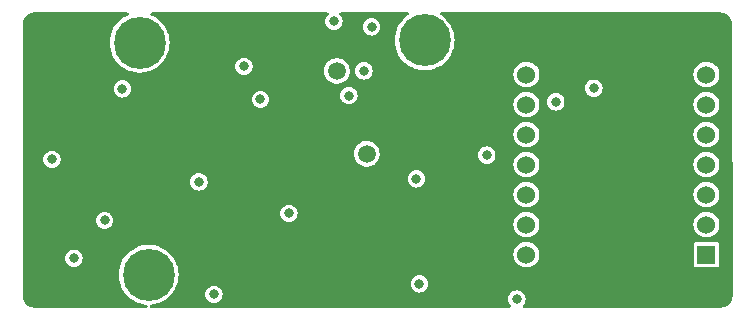
<source format=gbr>
%TF.GenerationSoftware,KiCad,Pcbnew,7.0.6*%
%TF.CreationDate,2024-04-06T17:32:54-04:00*%
%TF.ProjectId,5.2_5V,352e325f-3556-42e6-9b69-6361645f7063,rev?*%
%TF.SameCoordinates,Original*%
%TF.FileFunction,Copper,L3,Inr*%
%TF.FilePolarity,Positive*%
%FSLAX46Y46*%
G04 Gerber Fmt 4.6, Leading zero omitted, Abs format (unit mm)*
G04 Created by KiCad (PCBNEW 7.0.6) date 2024-04-06 17:32:54*
%MOMM*%
%LPD*%
G01*
G04 APERTURE LIST*
%TA.AperFunction,ComponentPad*%
%ADD10C,4.400000*%
%TD*%
%TA.AperFunction,ComponentPad*%
%ADD11R,1.530000X1.530000*%
%TD*%
%TA.AperFunction,ComponentPad*%
%ADD12C,1.530000*%
%TD*%
%TA.AperFunction,ViaPad*%
%ADD13C,0.800000*%
%TD*%
%TA.AperFunction,ViaPad*%
%ADD14C,1.500000*%
%TD*%
G04 APERTURE END LIST*
D10*
%TO.N,N/C*%
%TO.C,H3*%
X159562800Y-34239200D03*
%TD*%
%TO.N,N/C*%
%TO.C,H2*%
X136194800Y-54102000D03*
%TD*%
D11*
%TO.N,GND*%
%TO.C,U3*%
X183432500Y-52380000D03*
D12*
X183432500Y-49840000D03*
%TO.N,DRDY*%
X183432500Y-47300000D03*
%TO.N,CS*%
X183432500Y-44760000D03*
%TO.N,Net-(U3-PA8_A4_D4_SDA)*%
X183432500Y-42220000D03*
X183432500Y-39680000D03*
X183432500Y-37140000D03*
X168192500Y-37140000D03*
%TO.N,SCLK*%
X168192500Y-39680000D03*
%TO.N,DOUT*%
X168192500Y-42220000D03*
%TO.N,DIN*%
X168192500Y-44760000D03*
%TO.N,3V3*%
X168192500Y-47300000D03*
%TO.N,GND*%
X168192500Y-49840000D03*
%TO.N,Net-(D1-K)*%
X168192500Y-52380000D03*
%TD*%
D10*
%TO.N,N/C*%
%TO.C,H1*%
X135432800Y-34442400D03*
%TD*%
D13*
%TO.N,5V*%
X174950000Y-53425000D03*
X145669000Y-50419000D03*
X156591000Y-50800000D03*
X131572000Y-46355000D03*
X156591000Y-51816000D03*
X156591000Y-52959000D03*
X133975000Y-49900000D03*
%TO.N,GND*%
X128016000Y-44323000D03*
X158877000Y-45974000D03*
X153150000Y-38925000D03*
X140462000Y-46228000D03*
X141732000Y-55753000D03*
X148082000Y-48895000D03*
X155075000Y-33100000D03*
X129875000Y-52700000D03*
X159131000Y-54864000D03*
X133975000Y-38350000D03*
X145669000Y-39243000D03*
X132470000Y-49493844D03*
X144272000Y-36449000D03*
X167375000Y-56150000D03*
X151892000Y-32639000D03*
X154425000Y-36825000D03*
X164829819Y-43958181D03*
D14*
%TO.N,Net-(PS2-+VIN_(VCC))*%
X154675700Y-43850700D03*
X152146000Y-36830000D03*
D13*
%TO.N,Net-(U3-PA8_A4_D4_SDA)*%
X170675000Y-39450000D03*
X173900000Y-38300000D03*
%TD*%
%TA.AperFunction,Conductor*%
%TO.N,5V*%
G36*
X134453973Y-31897185D02*
G01*
X134499728Y-31949989D01*
X134509672Y-32019147D01*
X134480647Y-32082703D01*
X134432581Y-32116792D01*
X134353243Y-32148203D01*
X134353242Y-32148204D01*
X134074210Y-32301604D01*
X134074198Y-32301611D01*
X133816618Y-32488754D01*
X133816608Y-32488762D01*
X133584499Y-32706727D01*
X133381531Y-32952073D01*
X133210923Y-33220909D01*
X133210920Y-33220915D01*
X133075351Y-33509012D01*
X133075349Y-33509017D01*
X132976955Y-33811841D01*
X132917289Y-34124620D01*
X132917288Y-34124627D01*
X132897297Y-34442394D01*
X132897297Y-34442405D01*
X132917288Y-34760172D01*
X132917289Y-34760179D01*
X132976955Y-35072958D01*
X133075349Y-35375782D01*
X133075351Y-35375787D01*
X133210920Y-35663884D01*
X133210923Y-35663890D01*
X133381531Y-35932726D01*
X133381534Y-35932730D01*
X133381535Y-35932731D01*
X133584498Y-36178071D01*
X133799517Y-36379988D01*
X133816608Y-36396037D01*
X133816618Y-36396045D01*
X134074198Y-36583188D01*
X134074203Y-36583190D01*
X134074210Y-36583196D01*
X134353235Y-36736592D01*
X134353240Y-36736594D01*
X134353242Y-36736595D01*
X134353243Y-36736596D01*
X134649282Y-36853806D01*
X134649285Y-36853807D01*
X134752088Y-36880202D01*
X134957694Y-36932992D01*
X135112380Y-36952533D01*
X135273584Y-36972899D01*
X135273590Y-36972899D01*
X135273594Y-36972900D01*
X135273596Y-36972900D01*
X135592004Y-36972900D01*
X135592006Y-36972900D01*
X135592011Y-36972899D01*
X135592015Y-36972899D01*
X135675876Y-36962304D01*
X135907906Y-36932992D01*
X136216314Y-36853807D01*
X136276444Y-36830000D01*
X136512356Y-36736596D01*
X136512357Y-36736595D01*
X136512355Y-36736595D01*
X136512365Y-36736592D01*
X136791390Y-36583196D01*
X136976091Y-36449003D01*
X143536878Y-36449003D01*
X143555307Y-36612574D01*
X143609676Y-36767953D01*
X143609677Y-36767955D01*
X143609678Y-36767957D01*
X143697258Y-36907341D01*
X143813659Y-37023742D01*
X143953043Y-37111322D01*
X144108420Y-37165691D01*
X144108423Y-37165691D01*
X144108425Y-37165692D01*
X144271996Y-37184122D01*
X144272000Y-37184122D01*
X144272004Y-37184122D01*
X144435574Y-37165692D01*
X144435575Y-37165691D01*
X144435580Y-37165691D01*
X144590957Y-37111322D01*
X144730341Y-37023742D01*
X144846742Y-36907341D01*
X144895338Y-36830000D01*
X151060871Y-36830000D01*
X151079346Y-37029391D01*
X151079347Y-37029393D01*
X151134145Y-37221989D01*
X151134151Y-37222004D01*
X151223401Y-37401241D01*
X151223406Y-37401249D01*
X151344081Y-37561049D01*
X151428138Y-37637676D01*
X151492064Y-37695952D01*
X151662316Y-37801368D01*
X151849040Y-37873705D01*
X152045877Y-37910500D01*
X152045879Y-37910500D01*
X152246121Y-37910500D01*
X152246123Y-37910500D01*
X152442960Y-37873705D01*
X152629684Y-37801368D01*
X152799936Y-37695952D01*
X152947920Y-37561047D01*
X153068595Y-37401247D01*
X153157853Y-37221994D01*
X153212653Y-37029392D01*
X153231129Y-36830000D01*
X153230666Y-36825003D01*
X153689878Y-36825003D01*
X153708307Y-36988574D01*
X153762676Y-37143953D01*
X153762677Y-37143955D01*
X153762678Y-37143957D01*
X153850258Y-37283341D01*
X153966659Y-37399742D01*
X154106043Y-37487322D01*
X154261420Y-37541691D01*
X154261423Y-37541691D01*
X154261425Y-37541692D01*
X154424996Y-37560122D01*
X154425000Y-37560122D01*
X154425004Y-37560122D01*
X154588574Y-37541692D01*
X154588575Y-37541691D01*
X154588580Y-37541691D01*
X154743957Y-37487322D01*
X154883341Y-37399742D01*
X154999742Y-37283341D01*
X155087322Y-37143957D01*
X155088707Y-37140000D01*
X167092307Y-37140000D01*
X167111039Y-37342159D01*
X167111040Y-37342161D01*
X167166599Y-37537431D01*
X167166605Y-37537446D01*
X167257097Y-37719177D01*
X167379449Y-37881197D01*
X167529485Y-38017972D01*
X167529487Y-38017974D01*
X167702098Y-38124850D01*
X167702104Y-38124853D01*
X167723420Y-38133110D01*
X167891418Y-38198194D01*
X168090987Y-38235500D01*
X168090989Y-38235500D01*
X168294011Y-38235500D01*
X168294013Y-38235500D01*
X168493582Y-38198194D01*
X168682898Y-38124852D01*
X168855514Y-38017973D01*
X169005552Y-37881195D01*
X169127903Y-37719177D01*
X169218399Y-37537436D01*
X169273960Y-37342160D01*
X169292693Y-37140000D01*
X182332307Y-37140000D01*
X182351039Y-37342159D01*
X182351040Y-37342161D01*
X182406599Y-37537431D01*
X182406605Y-37537446D01*
X182497097Y-37719177D01*
X182619449Y-37881197D01*
X182769485Y-38017972D01*
X182769487Y-38017974D01*
X182942098Y-38124850D01*
X182942104Y-38124853D01*
X182963420Y-38133110D01*
X183131418Y-38198194D01*
X183330987Y-38235500D01*
X183330989Y-38235500D01*
X183534011Y-38235500D01*
X183534013Y-38235500D01*
X183733582Y-38198194D01*
X183922898Y-38124852D01*
X184095514Y-38017973D01*
X184245552Y-37881195D01*
X184367903Y-37719177D01*
X184458399Y-37537436D01*
X184513960Y-37342160D01*
X184532693Y-37140000D01*
X184513960Y-36937840D01*
X184458399Y-36742564D01*
X184455427Y-36736596D01*
X184379039Y-36583188D01*
X184367903Y-36560823D01*
X184283455Y-36448996D01*
X184245550Y-36398802D01*
X184095514Y-36262027D01*
X184095512Y-36262025D01*
X183922901Y-36155149D01*
X183922895Y-36155146D01*
X183843592Y-36124424D01*
X183733582Y-36081806D01*
X183534013Y-36044500D01*
X183330987Y-36044500D01*
X183131418Y-36081806D01*
X183110582Y-36089878D01*
X182942104Y-36155146D01*
X182942098Y-36155149D01*
X182769487Y-36262025D01*
X182769485Y-36262027D01*
X182619449Y-36398802D01*
X182497097Y-36560822D01*
X182406605Y-36742553D01*
X182406599Y-36742568D01*
X182351040Y-36937838D01*
X182351039Y-36937840D01*
X182332307Y-37139999D01*
X182332307Y-37140000D01*
X169292693Y-37140000D01*
X169273960Y-36937840D01*
X169218399Y-36742564D01*
X169215427Y-36736596D01*
X169139039Y-36583188D01*
X169127903Y-36560823D01*
X169043455Y-36448996D01*
X169005550Y-36398802D01*
X168855514Y-36262027D01*
X168855512Y-36262025D01*
X168682901Y-36155149D01*
X168682895Y-36155146D01*
X168603591Y-36124424D01*
X168493582Y-36081806D01*
X168294013Y-36044500D01*
X168090987Y-36044500D01*
X167891418Y-36081806D01*
X167870582Y-36089878D01*
X167702104Y-36155146D01*
X167702098Y-36155149D01*
X167529487Y-36262025D01*
X167529485Y-36262027D01*
X167379449Y-36398802D01*
X167257097Y-36560822D01*
X167166605Y-36742553D01*
X167166599Y-36742568D01*
X167111040Y-36937838D01*
X167111039Y-36937840D01*
X167092307Y-37139999D01*
X167092307Y-37140000D01*
X155088707Y-37140000D01*
X155141691Y-36988580D01*
X155147408Y-36937840D01*
X155160122Y-36825003D01*
X155160122Y-36824996D01*
X155141692Y-36661425D01*
X155141691Y-36661423D01*
X155141691Y-36661420D01*
X155087322Y-36506043D01*
X154999742Y-36366659D01*
X154883341Y-36250258D01*
X154743957Y-36162678D01*
X154743956Y-36162677D01*
X154743955Y-36162677D01*
X154743953Y-36162676D01*
X154588574Y-36108307D01*
X154425004Y-36089878D01*
X154424996Y-36089878D01*
X154261425Y-36108307D01*
X154106046Y-36162676D01*
X154106044Y-36162677D01*
X153966658Y-36250258D01*
X153850258Y-36366658D01*
X153762677Y-36506044D01*
X153762676Y-36506046D01*
X153708307Y-36661425D01*
X153689878Y-36824996D01*
X153689878Y-36825003D01*
X153230666Y-36825003D01*
X153225541Y-36769700D01*
X153212653Y-36630608D01*
X153212652Y-36630606D01*
X153207523Y-36612580D01*
X153157853Y-36438006D01*
X153157848Y-36437995D01*
X153068598Y-36258758D01*
X153068593Y-36258750D01*
X152947918Y-36098950D01*
X152799937Y-35964049D01*
X152799936Y-35964048D01*
X152735101Y-35923903D01*
X152629685Y-35858632D01*
X152629683Y-35858631D01*
X152493152Y-35805739D01*
X152442960Y-35786295D01*
X152246123Y-35749500D01*
X152045877Y-35749500D01*
X151849040Y-35786295D01*
X151849037Y-35786295D01*
X151849037Y-35786296D01*
X151662316Y-35858631D01*
X151662314Y-35858632D01*
X151492062Y-35964049D01*
X151344081Y-36098950D01*
X151223406Y-36258750D01*
X151223401Y-36258758D01*
X151134151Y-36437995D01*
X151134145Y-36438010D01*
X151079347Y-36630606D01*
X151079346Y-36630608D01*
X151060871Y-36829999D01*
X151060871Y-36830000D01*
X144895338Y-36830000D01*
X144934322Y-36767957D01*
X144988691Y-36612580D01*
X144997613Y-36533395D01*
X145007122Y-36449003D01*
X145007122Y-36448996D01*
X144988692Y-36285425D01*
X144988691Y-36285423D01*
X144988691Y-36285420D01*
X144934322Y-36130043D01*
X144846742Y-35990659D01*
X144730341Y-35874258D01*
X144590957Y-35786678D01*
X144590956Y-35786677D01*
X144590955Y-35786677D01*
X144590953Y-35786676D01*
X144435574Y-35732307D01*
X144272004Y-35713878D01*
X144271996Y-35713878D01*
X144108425Y-35732307D01*
X143953046Y-35786676D01*
X143953044Y-35786677D01*
X143813658Y-35874258D01*
X143697258Y-35990658D01*
X143609677Y-36130044D01*
X143609676Y-36130046D01*
X143555307Y-36285425D01*
X143536878Y-36448996D01*
X143536878Y-36449003D01*
X136976091Y-36449003D01*
X137048990Y-36396039D01*
X137281102Y-36178071D01*
X137484065Y-35932731D01*
X137654678Y-35663888D01*
X137790251Y-35375781D01*
X137888646Y-35072954D01*
X137948310Y-34760183D01*
X137961094Y-34556983D01*
X137968303Y-34442405D01*
X137968303Y-34442394D01*
X137948311Y-34124627D01*
X137948310Y-34124620D01*
X137948310Y-34124617D01*
X137888646Y-33811846D01*
X137790251Y-33509019D01*
X137654678Y-33220912D01*
X137577945Y-33100000D01*
X137484068Y-32952073D01*
X137421962Y-32877000D01*
X137281102Y-32706729D01*
X137258281Y-32685299D01*
X137048991Y-32488762D01*
X137048981Y-32488754D01*
X136791401Y-32301611D01*
X136791394Y-32301606D01*
X136791390Y-32301604D01*
X136512365Y-32148208D01*
X136512362Y-32148206D01*
X136512357Y-32148204D01*
X136512356Y-32148203D01*
X136433019Y-32116792D01*
X136377933Y-32073811D01*
X136354830Y-32007872D01*
X136371043Y-31939910D01*
X136421426Y-31891502D01*
X136478666Y-31877500D01*
X151321055Y-31877500D01*
X151388094Y-31897185D01*
X151433849Y-31949989D01*
X151443793Y-32019147D01*
X151414768Y-32082703D01*
X151408736Y-32089181D01*
X151317258Y-32180658D01*
X151229677Y-32320044D01*
X151229676Y-32320046D01*
X151175307Y-32475425D01*
X151156878Y-32638996D01*
X151156878Y-32639003D01*
X151175307Y-32802574D01*
X151229676Y-32957953D01*
X151229677Y-32957955D01*
X151229678Y-32957957D01*
X151317258Y-33097341D01*
X151433659Y-33213742D01*
X151573043Y-33301322D01*
X151728420Y-33355691D01*
X151728423Y-33355691D01*
X151728425Y-33355692D01*
X151891996Y-33374122D01*
X151892000Y-33374122D01*
X151892004Y-33374122D01*
X152055574Y-33355692D01*
X152055575Y-33355691D01*
X152055580Y-33355691D01*
X152210957Y-33301322D01*
X152350341Y-33213742D01*
X152464080Y-33100003D01*
X154339878Y-33100003D01*
X154358307Y-33263574D01*
X154412676Y-33418953D01*
X154412677Y-33418955D01*
X154412678Y-33418957D01*
X154500258Y-33558341D01*
X154616659Y-33674742D01*
X154756043Y-33762322D01*
X154911420Y-33816691D01*
X154911423Y-33816691D01*
X154911425Y-33816692D01*
X155074996Y-33835122D01*
X155075000Y-33835122D01*
X155075004Y-33835122D01*
X155238574Y-33816692D01*
X155238575Y-33816691D01*
X155238580Y-33816691D01*
X155393957Y-33762322D01*
X155533341Y-33674742D01*
X155649742Y-33558341D01*
X155737322Y-33418957D01*
X155791691Y-33263580D01*
X155791692Y-33263574D01*
X155810122Y-33100003D01*
X155810122Y-33099996D01*
X155791692Y-32936425D01*
X155791691Y-32936423D01*
X155791691Y-32936420D01*
X155737322Y-32781043D01*
X155649742Y-32641659D01*
X155533341Y-32525258D01*
X155393957Y-32437678D01*
X155393956Y-32437677D01*
X155393955Y-32437677D01*
X155393953Y-32437676D01*
X155238574Y-32383307D01*
X155075004Y-32364878D01*
X155074996Y-32364878D01*
X154911425Y-32383307D01*
X154756046Y-32437676D01*
X154756044Y-32437677D01*
X154616658Y-32525258D01*
X154500258Y-32641658D01*
X154412677Y-32781044D01*
X154412676Y-32781046D01*
X154358307Y-32936425D01*
X154339878Y-33099996D01*
X154339878Y-33100003D01*
X152464080Y-33100003D01*
X152466742Y-33097341D01*
X152554322Y-32957957D01*
X152608691Y-32802580D01*
X152608692Y-32802574D01*
X152627122Y-32639003D01*
X152627122Y-32638996D01*
X152608692Y-32475425D01*
X152608691Y-32475423D01*
X152608691Y-32475420D01*
X152554322Y-32320043D01*
X152466742Y-32180659D01*
X152375264Y-32089180D01*
X152341779Y-32027858D01*
X152346763Y-31958166D01*
X152388635Y-31902233D01*
X152454099Y-31877816D01*
X152462945Y-31877500D01*
X158126625Y-31877500D01*
X158193664Y-31897185D01*
X158239419Y-31949989D01*
X158249363Y-32019147D01*
X158220338Y-32082703D01*
X158199510Y-32101818D01*
X157946618Y-32285554D01*
X157946608Y-32285562D01*
X157714499Y-32503527D01*
X157511531Y-32748873D01*
X157340923Y-33017709D01*
X157340920Y-33017715D01*
X157205351Y-33305812D01*
X157205349Y-33305817D01*
X157106955Y-33608641D01*
X157047289Y-33921420D01*
X157047288Y-33921427D01*
X157027297Y-34239194D01*
X157027297Y-34239205D01*
X157047288Y-34556972D01*
X157047289Y-34556979D01*
X157106955Y-34869758D01*
X157205349Y-35172582D01*
X157205351Y-35172587D01*
X157340920Y-35460684D01*
X157340923Y-35460690D01*
X157511531Y-35729526D01*
X157511534Y-35729530D01*
X157511535Y-35729531D01*
X157705544Y-35964048D01*
X157714499Y-35974872D01*
X157946608Y-36192837D01*
X157946618Y-36192845D01*
X158204198Y-36379988D01*
X158204203Y-36379990D01*
X158204210Y-36379996D01*
X158483235Y-36533392D01*
X158483240Y-36533394D01*
X158483242Y-36533395D01*
X158483243Y-36533396D01*
X158779282Y-36650606D01*
X158779285Y-36650607D01*
X158882088Y-36677002D01*
X159087694Y-36729792D01*
X159242380Y-36749333D01*
X159403584Y-36769699D01*
X159403590Y-36769699D01*
X159403594Y-36769700D01*
X159403596Y-36769700D01*
X159722004Y-36769700D01*
X159722006Y-36769700D01*
X159722011Y-36769699D01*
X159722015Y-36769699D01*
X159805876Y-36759104D01*
X160037906Y-36729792D01*
X160346314Y-36650607D01*
X160396831Y-36630606D01*
X160642356Y-36533396D01*
X160642357Y-36533395D01*
X160642355Y-36533395D01*
X160642365Y-36533392D01*
X160921390Y-36379996D01*
X161178990Y-36192839D01*
X161411102Y-35974871D01*
X161614065Y-35729531D01*
X161784678Y-35460688D01*
X161920251Y-35172581D01*
X162018646Y-34869754D01*
X162078310Y-34556983D01*
X162085519Y-34442400D01*
X162098303Y-34239205D01*
X162098303Y-34239194D01*
X162078311Y-33921427D01*
X162078310Y-33921420D01*
X162078310Y-33921417D01*
X162018646Y-33608646D01*
X161920251Y-33305819D01*
X161918135Y-33301323D01*
X161823398Y-33099996D01*
X161784678Y-33017712D01*
X161697099Y-32879710D01*
X161614068Y-32748873D01*
X161614065Y-32748869D01*
X161411102Y-32503529D01*
X161178990Y-32285561D01*
X161178987Y-32285559D01*
X161178981Y-32285554D01*
X160926090Y-32101818D01*
X160883424Y-32046488D01*
X160877445Y-31976875D01*
X160910051Y-31915080D01*
X160970889Y-31880723D01*
X160998975Y-31877500D01*
X184607793Y-31877500D01*
X184613195Y-31877735D01*
X184656019Y-31881482D01*
X184782271Y-31893918D01*
X184802185Y-31897541D01*
X184868849Y-31915403D01*
X184962070Y-31943682D01*
X184978471Y-31949958D01*
X184979348Y-31950367D01*
X185045911Y-31981406D01*
X185048875Y-31982888D01*
X185086469Y-32002982D01*
X185132827Y-32027762D01*
X185139167Y-32031657D01*
X185205328Y-32077983D01*
X185209100Y-32080844D01*
X185281308Y-32140103D01*
X185285809Y-32144182D01*
X185343315Y-32201688D01*
X185347395Y-32206190D01*
X185406654Y-32278398D01*
X185409515Y-32282170D01*
X185455841Y-32348331D01*
X185459736Y-32354671D01*
X185504601Y-32438605D01*
X185506114Y-32441631D01*
X185537540Y-32509027D01*
X185543819Y-32525435D01*
X185572101Y-32618669D01*
X185589954Y-32685299D01*
X185593582Y-32705238D01*
X185606023Y-32831554D01*
X185609764Y-32874302D01*
X185610000Y-32879710D01*
X185610000Y-32927916D01*
X185610089Y-32928738D01*
X185649495Y-55867355D01*
X185649259Y-55872869D01*
X185645489Y-55915952D01*
X185633109Y-56041756D01*
X185629480Y-56061706D01*
X185611460Y-56128961D01*
X185583374Y-56221542D01*
X185577098Y-56237946D01*
X185545482Y-56305752D01*
X185543969Y-56308778D01*
X185499340Y-56392277D01*
X185495445Y-56398617D01*
X185448905Y-56465089D01*
X185446044Y-56468861D01*
X185387057Y-56540744D01*
X185382968Y-56545257D01*
X185325226Y-56603002D01*
X185320716Y-56607089D01*
X185248845Y-56666079D01*
X185245075Y-56668940D01*
X185178606Y-56715491D01*
X185172264Y-56719387D01*
X185088765Y-56764025D01*
X185085742Y-56765537D01*
X185017937Y-56797162D01*
X185001529Y-56803442D01*
X184908956Y-56831534D01*
X184900731Y-56833738D01*
X184841692Y-56849563D01*
X184821757Y-56853193D01*
X184697205Y-56865474D01*
X184652608Y-56869381D01*
X184647201Y-56869618D01*
X174083361Y-56870868D01*
X167985867Y-56871590D01*
X167918826Y-56851914D01*
X167873065Y-56799116D01*
X167863113Y-56729958D01*
X167892130Y-56666399D01*
X167898159Y-56659923D01*
X167949742Y-56608341D01*
X168037322Y-56468957D01*
X168091691Y-56313580D01*
X168092573Y-56305752D01*
X168110122Y-56150003D01*
X168110122Y-56149996D01*
X168091692Y-55986425D01*
X168091691Y-55986423D01*
X168091691Y-55986420D01*
X168037322Y-55831043D01*
X167949742Y-55691659D01*
X167833341Y-55575258D01*
X167693957Y-55487678D01*
X167693956Y-55487677D01*
X167693955Y-55487677D01*
X167693953Y-55487676D01*
X167560665Y-55441037D01*
X167538580Y-55433309D01*
X167538579Y-55433308D01*
X167538574Y-55433307D01*
X167375004Y-55414878D01*
X167374996Y-55414878D01*
X167211425Y-55433307D01*
X167056046Y-55487676D01*
X167056044Y-55487677D01*
X166916658Y-55575258D01*
X166800258Y-55691658D01*
X166712677Y-55831044D01*
X166712676Y-55831046D01*
X166658307Y-55986425D01*
X166639878Y-56149996D01*
X166639878Y-56150003D01*
X166658307Y-56313574D01*
X166712676Y-56468953D01*
X166712677Y-56468955D01*
X166800258Y-56608341D01*
X166851971Y-56660054D01*
X166885456Y-56721377D01*
X166880472Y-56791069D01*
X166838600Y-56847002D01*
X166773136Y-56871419D01*
X166764305Y-56871735D01*
X136402741Y-56875331D01*
X136335699Y-56855654D01*
X136289938Y-56802856D01*
X136279986Y-56733698D01*
X136309003Y-56670139D01*
X136367777Y-56632358D01*
X136387184Y-56628309D01*
X136534752Y-56609666D01*
X136669906Y-56592592D01*
X136978314Y-56513407D01*
X137042177Y-56488122D01*
X137274356Y-56396196D01*
X137274357Y-56396195D01*
X137274355Y-56396195D01*
X137274365Y-56396192D01*
X137553390Y-56242796D01*
X137810990Y-56055639D01*
X138043102Y-55837671D01*
X138113145Y-55753003D01*
X140996878Y-55753003D01*
X141015307Y-55916574D01*
X141069676Y-56071953D01*
X141069677Y-56071955D01*
X141069678Y-56071957D01*
X141157258Y-56211341D01*
X141273659Y-56327742D01*
X141413043Y-56415322D01*
X141568420Y-56469691D01*
X141568423Y-56469691D01*
X141568425Y-56469692D01*
X141731996Y-56488122D01*
X141732000Y-56488122D01*
X141732004Y-56488122D01*
X141895574Y-56469692D01*
X141895575Y-56469691D01*
X141895580Y-56469691D01*
X142050957Y-56415322D01*
X142190341Y-56327742D01*
X142306742Y-56211341D01*
X142394322Y-56071957D01*
X142448691Y-55916580D01*
X142448762Y-55915952D01*
X142467122Y-55753003D01*
X142467122Y-55752996D01*
X142448692Y-55589425D01*
X142448691Y-55589423D01*
X142448691Y-55589420D01*
X142394322Y-55434043D01*
X142306742Y-55294659D01*
X142190341Y-55178258D01*
X142050957Y-55090678D01*
X142050956Y-55090677D01*
X142050955Y-55090677D01*
X142050953Y-55090676D01*
X141895574Y-55036307D01*
X141732004Y-55017878D01*
X141731996Y-55017878D01*
X141568425Y-55036307D01*
X141413046Y-55090676D01*
X141413044Y-55090677D01*
X141273658Y-55178258D01*
X141157258Y-55294658D01*
X141069677Y-55434044D01*
X141069676Y-55434046D01*
X141015307Y-55589425D01*
X140996878Y-55752996D01*
X140996878Y-55753003D01*
X138113145Y-55753003D01*
X138246065Y-55592331D01*
X138416678Y-55323488D01*
X138552251Y-55035381D01*
X138607935Y-54864003D01*
X158395878Y-54864003D01*
X158414307Y-55027574D01*
X158468676Y-55182953D01*
X158468677Y-55182955D01*
X158468678Y-55182957D01*
X158556258Y-55322341D01*
X158672659Y-55438742D01*
X158812043Y-55526322D01*
X158967420Y-55580691D01*
X158967423Y-55580691D01*
X158967425Y-55580692D01*
X159130996Y-55599122D01*
X159131000Y-55599122D01*
X159131004Y-55599122D01*
X159294574Y-55580692D01*
X159294575Y-55580691D01*
X159294580Y-55580691D01*
X159449957Y-55526322D01*
X159589341Y-55438742D01*
X159705742Y-55322341D01*
X159793322Y-55182957D01*
X159847691Y-55027580D01*
X159866122Y-54864000D01*
X159851312Y-54732558D01*
X159847692Y-54700425D01*
X159847691Y-54700423D01*
X159847691Y-54700420D01*
X159793322Y-54545043D01*
X159705742Y-54405659D01*
X159589341Y-54289258D01*
X159449957Y-54201678D01*
X159449956Y-54201677D01*
X159449955Y-54201677D01*
X159449953Y-54201676D01*
X159294574Y-54147307D01*
X159131004Y-54128878D01*
X159130996Y-54128878D01*
X158967425Y-54147307D01*
X158812046Y-54201676D01*
X158812044Y-54201677D01*
X158672658Y-54289258D01*
X158556258Y-54405658D01*
X158468677Y-54545044D01*
X158468676Y-54545046D01*
X158414307Y-54700425D01*
X158395878Y-54863996D01*
X158395878Y-54864003D01*
X138607935Y-54864003D01*
X138650646Y-54732554D01*
X138710310Y-54419783D01*
X138724032Y-54201676D01*
X138730303Y-54102005D01*
X138730303Y-54101994D01*
X138710311Y-53784227D01*
X138710310Y-53784220D01*
X138710310Y-53784217D01*
X138650646Y-53471446D01*
X138552251Y-53168619D01*
X138416678Y-52880512D01*
X138351261Y-52777431D01*
X138246068Y-52611673D01*
X138221652Y-52582159D01*
X138054412Y-52380000D01*
X167092307Y-52380000D01*
X167111039Y-52582159D01*
X167111040Y-52582161D01*
X167166599Y-52777431D01*
X167166605Y-52777446D01*
X167257097Y-52959177D01*
X167379449Y-53121197D01*
X167529485Y-53257972D01*
X167529487Y-53257974D01*
X167702098Y-53364850D01*
X167702104Y-53364853D01*
X167723419Y-53373110D01*
X167891418Y-53438194D01*
X168090987Y-53475500D01*
X168090989Y-53475500D01*
X168294011Y-53475500D01*
X168294013Y-53475500D01*
X168493582Y-53438194D01*
X168682898Y-53364852D01*
X168855514Y-53257973D01*
X168936961Y-53183724D01*
X182337000Y-53183724D01*
X182343336Y-53231859D01*
X182343337Y-53231860D01*
X182392594Y-53337490D01*
X182392594Y-53337491D01*
X182475009Y-53419906D01*
X182580639Y-53469162D01*
X182580640Y-53469163D01*
X182628775Y-53475500D01*
X182628776Y-53475500D01*
X184236225Y-53475500D01*
X184284359Y-53469163D01*
X184389991Y-53419906D01*
X184472406Y-53337491D01*
X184521663Y-53231859D01*
X184528000Y-53183724D01*
X184528000Y-51576276D01*
X184521663Y-51528141D01*
X184472406Y-51422509D01*
X184389991Y-51340094D01*
X184389990Y-51340093D01*
X184284360Y-51290837D01*
X184284359Y-51290836D01*
X184236225Y-51284500D01*
X184236224Y-51284500D01*
X182628776Y-51284500D01*
X182628775Y-51284500D01*
X182580640Y-51290836D01*
X182580639Y-51290837D01*
X182475008Y-51340094D01*
X182392594Y-51422508D01*
X182343337Y-51528139D01*
X182343336Y-51528140D01*
X182337000Y-51576275D01*
X182337000Y-53183724D01*
X168936961Y-53183724D01*
X169005552Y-53121195D01*
X169127903Y-52959177D01*
X169218399Y-52777436D01*
X169273960Y-52582160D01*
X169292693Y-52380000D01*
X169273960Y-52177840D01*
X169218399Y-51982564D01*
X169209592Y-51964878D01*
X169131379Y-51807804D01*
X169127903Y-51800823D01*
X169005552Y-51638805D01*
X169005550Y-51638802D01*
X168855514Y-51502027D01*
X168855512Y-51502025D01*
X168682901Y-51395149D01*
X168682895Y-51395146D01*
X168603592Y-51364424D01*
X168493582Y-51321806D01*
X168294013Y-51284500D01*
X168090987Y-51284500D01*
X167891418Y-51321806D01*
X167845938Y-51339424D01*
X167702104Y-51395146D01*
X167702098Y-51395149D01*
X167529487Y-51502025D01*
X167529485Y-51502027D01*
X167379449Y-51638802D01*
X167257097Y-51800822D01*
X167166605Y-51982553D01*
X167166599Y-51982568D01*
X167111040Y-52177838D01*
X167111039Y-52177840D01*
X167092307Y-52379999D01*
X167092307Y-52380000D01*
X138054412Y-52380000D01*
X138043102Y-52366329D01*
X137810990Y-52148361D01*
X137810987Y-52148359D01*
X137810981Y-52148354D01*
X137553401Y-51961211D01*
X137553394Y-51961206D01*
X137553390Y-51961204D01*
X137274365Y-51807808D01*
X137274362Y-51807806D01*
X137274357Y-51807804D01*
X137274356Y-51807803D01*
X136978317Y-51690593D01*
X136978314Y-51690592D01*
X136669903Y-51611407D01*
X136354015Y-51571500D01*
X136354006Y-51571500D01*
X136035594Y-51571500D01*
X136035584Y-51571500D01*
X135719696Y-51611407D01*
X135411285Y-51690592D01*
X135411282Y-51690593D01*
X135115243Y-51807803D01*
X135115242Y-51807804D01*
X134836210Y-51961204D01*
X134836198Y-51961211D01*
X134578618Y-52148354D01*
X134578608Y-52148362D01*
X134346499Y-52366327D01*
X134143531Y-52611673D01*
X133972923Y-52880509D01*
X133972920Y-52880515D01*
X133837351Y-53168612D01*
X133837349Y-53168617D01*
X133738955Y-53471441D01*
X133679289Y-53784220D01*
X133679288Y-53784227D01*
X133659297Y-54101994D01*
X133659297Y-54102005D01*
X133679288Y-54419772D01*
X133679289Y-54419779D01*
X133738955Y-54732558D01*
X133837349Y-55035382D01*
X133837351Y-55035387D01*
X133972920Y-55323484D01*
X133972923Y-55323490D01*
X134143531Y-55592326D01*
X134143534Y-55592330D01*
X134143535Y-55592331D01*
X134346498Y-55837671D01*
X134573202Y-56050561D01*
X134578608Y-56055637D01*
X134578618Y-56055645D01*
X134836198Y-56242788D01*
X134836203Y-56242790D01*
X134836210Y-56242796D01*
X135115235Y-56396192D01*
X135115240Y-56396194D01*
X135115242Y-56396195D01*
X135115243Y-56396196D01*
X135411282Y-56513406D01*
X135411285Y-56513407D01*
X135719697Y-56592593D01*
X136002804Y-56628358D01*
X136066848Y-56656289D01*
X136105624Y-56714412D01*
X136106821Y-56784271D01*
X136070059Y-56843688D01*
X136007010Y-56873797D01*
X135987278Y-56875380D01*
X126542211Y-56876498D01*
X126536797Y-56876262D01*
X126493994Y-56872517D01*
X126367738Y-56860082D01*
X126347799Y-56856454D01*
X126281169Y-56838601D01*
X126187935Y-56810319D01*
X126171527Y-56804040D01*
X126120595Y-56780291D01*
X126104118Y-56772607D01*
X126101105Y-56771101D01*
X126017171Y-56726236D01*
X126010831Y-56722341D01*
X125944670Y-56676015D01*
X125940898Y-56673154D01*
X125868690Y-56613895D01*
X125864188Y-56609815D01*
X125806682Y-56552309D01*
X125802603Y-56547808D01*
X125800509Y-56545257D01*
X125743344Y-56475600D01*
X125740483Y-56471828D01*
X125694157Y-56405667D01*
X125690262Y-56399327D01*
X125665482Y-56352969D01*
X125645388Y-56315375D01*
X125643906Y-56312411D01*
X125612458Y-56244971D01*
X125606182Y-56228570D01*
X125577903Y-56135349D01*
X125560041Y-56068685D01*
X125556418Y-56048771D01*
X125543975Y-55922435D01*
X125543408Y-55915952D01*
X125540233Y-55879671D01*
X125540000Y-55874315D01*
X125540000Y-52700003D01*
X129139878Y-52700003D01*
X129158307Y-52863574D01*
X129212676Y-53018953D01*
X129212677Y-53018955D01*
X129212678Y-53018957D01*
X129300258Y-53158341D01*
X129416659Y-53274742D01*
X129556043Y-53362322D01*
X129711420Y-53416691D01*
X129711423Y-53416691D01*
X129711425Y-53416692D01*
X129874996Y-53435122D01*
X129875000Y-53435122D01*
X129875004Y-53435122D01*
X130038574Y-53416692D01*
X130038575Y-53416691D01*
X130038580Y-53416691D01*
X130193957Y-53362322D01*
X130333341Y-53274742D01*
X130449742Y-53158341D01*
X130537322Y-53018957D01*
X130591691Y-52863580D01*
X130610122Y-52700000D01*
X130591691Y-52536420D01*
X130537322Y-52381043D01*
X130449742Y-52241659D01*
X130333341Y-52125258D01*
X130193957Y-52037678D01*
X130193956Y-52037677D01*
X130193955Y-52037677D01*
X130193953Y-52037676D01*
X130038574Y-51983307D01*
X129875004Y-51964878D01*
X129874996Y-51964878D01*
X129711425Y-51983307D01*
X129556046Y-52037676D01*
X129556044Y-52037677D01*
X129416658Y-52125258D01*
X129300258Y-52241658D01*
X129212677Y-52381044D01*
X129212676Y-52381046D01*
X129158307Y-52536425D01*
X129139878Y-52699996D01*
X129139878Y-52700003D01*
X125540000Y-52700003D01*
X125540000Y-49493847D01*
X131734878Y-49493847D01*
X131753307Y-49657418D01*
X131807676Y-49812797D01*
X131807677Y-49812799D01*
X131807678Y-49812801D01*
X131895258Y-49952185D01*
X132011659Y-50068586D01*
X132151043Y-50156166D01*
X132306420Y-50210535D01*
X132306423Y-50210535D01*
X132306425Y-50210536D01*
X132469996Y-50228966D01*
X132470000Y-50228966D01*
X132470004Y-50228966D01*
X132633574Y-50210536D01*
X132633575Y-50210535D01*
X132633580Y-50210535D01*
X132788957Y-50156166D01*
X132928341Y-50068586D01*
X133044742Y-49952185D01*
X133115232Y-49840000D01*
X167092307Y-49840000D01*
X167111039Y-50042159D01*
X167111040Y-50042161D01*
X167166599Y-50237431D01*
X167166605Y-50237446D01*
X167257097Y-50419177D01*
X167379449Y-50581197D01*
X167529485Y-50717972D01*
X167529487Y-50717974D01*
X167702098Y-50824850D01*
X167702104Y-50824853D01*
X167723419Y-50833110D01*
X167891418Y-50898194D01*
X168090987Y-50935500D01*
X168090989Y-50935500D01*
X168294011Y-50935500D01*
X168294013Y-50935500D01*
X168493582Y-50898194D01*
X168682898Y-50824852D01*
X168855514Y-50717973D01*
X169005552Y-50581195D01*
X169127903Y-50419177D01*
X169218399Y-50237436D01*
X169273960Y-50042160D01*
X169292693Y-49840000D01*
X182332307Y-49840000D01*
X182351039Y-50042159D01*
X182351040Y-50042161D01*
X182406599Y-50237431D01*
X182406605Y-50237446D01*
X182497097Y-50419177D01*
X182619449Y-50581197D01*
X182769485Y-50717972D01*
X182769487Y-50717974D01*
X182942098Y-50824850D01*
X182942104Y-50824853D01*
X182963420Y-50833110D01*
X183131418Y-50898194D01*
X183330987Y-50935500D01*
X183330989Y-50935500D01*
X183534011Y-50935500D01*
X183534013Y-50935500D01*
X183733582Y-50898194D01*
X183922898Y-50824852D01*
X184095514Y-50717973D01*
X184245552Y-50581195D01*
X184367903Y-50419177D01*
X184458399Y-50237436D01*
X184513960Y-50042160D01*
X184532693Y-49840000D01*
X184530172Y-49812799D01*
X184513960Y-49637840D01*
X184513959Y-49637838D01*
X184491050Y-49557322D01*
X184458399Y-49442564D01*
X184367903Y-49260823D01*
X184245552Y-49098805D01*
X184245550Y-49098802D01*
X184095514Y-48962027D01*
X184095512Y-48962025D01*
X183922901Y-48855149D01*
X183922895Y-48855146D01*
X183843591Y-48824424D01*
X183733582Y-48781806D01*
X183534013Y-48744500D01*
X183330987Y-48744500D01*
X183131418Y-48781806D01*
X183085938Y-48799424D01*
X182942104Y-48855146D01*
X182942098Y-48855149D01*
X182769487Y-48962025D01*
X182769485Y-48962027D01*
X182619449Y-49098802D01*
X182497097Y-49260822D01*
X182406605Y-49442553D01*
X182406599Y-49442568D01*
X182351040Y-49637838D01*
X182351039Y-49637840D01*
X182332307Y-49839999D01*
X182332307Y-49840000D01*
X169292693Y-49840000D01*
X169290172Y-49812799D01*
X169273960Y-49637840D01*
X169273959Y-49637838D01*
X169251050Y-49557322D01*
X169218399Y-49442564D01*
X169127903Y-49260823D01*
X169005552Y-49098805D01*
X169005550Y-49098802D01*
X168855514Y-48962027D01*
X168855512Y-48962025D01*
X168682901Y-48855149D01*
X168682895Y-48855146D01*
X168603591Y-48824424D01*
X168493582Y-48781806D01*
X168294013Y-48744500D01*
X168090987Y-48744500D01*
X167891418Y-48781806D01*
X167845938Y-48799424D01*
X167702104Y-48855146D01*
X167702098Y-48855149D01*
X167529487Y-48962025D01*
X167529485Y-48962027D01*
X167379449Y-49098802D01*
X167257097Y-49260822D01*
X167166605Y-49442553D01*
X167166599Y-49442568D01*
X167111040Y-49637838D01*
X167111039Y-49637840D01*
X167092307Y-49839999D01*
X167092307Y-49840000D01*
X133115232Y-49840000D01*
X133132322Y-49812801D01*
X133186691Y-49657424D01*
X133188898Y-49637838D01*
X133205122Y-49493847D01*
X133205122Y-49493840D01*
X133186692Y-49330269D01*
X133186691Y-49330267D01*
X133186691Y-49330264D01*
X133132322Y-49174887D01*
X133044742Y-49035503D01*
X132928341Y-48919102D01*
X132889987Y-48895003D01*
X147346878Y-48895003D01*
X147365307Y-49058574D01*
X147419676Y-49213953D01*
X147419677Y-49213955D01*
X147419678Y-49213957D01*
X147507258Y-49353341D01*
X147623659Y-49469742D01*
X147763043Y-49557322D01*
X147918420Y-49611691D01*
X147918423Y-49611691D01*
X147918425Y-49611692D01*
X148081996Y-49630122D01*
X148082000Y-49630122D01*
X148082004Y-49630122D01*
X148245574Y-49611692D01*
X148245575Y-49611691D01*
X148245580Y-49611691D01*
X148400957Y-49557322D01*
X148540341Y-49469742D01*
X148656742Y-49353341D01*
X148744322Y-49213957D01*
X148798691Y-49058580D01*
X148801291Y-49035503D01*
X148817122Y-48895003D01*
X148817122Y-48894996D01*
X148798692Y-48731425D01*
X148798691Y-48731423D01*
X148798691Y-48731420D01*
X148744322Y-48576043D01*
X148656742Y-48436659D01*
X148540341Y-48320258D01*
X148400957Y-48232678D01*
X148400956Y-48232677D01*
X148400955Y-48232677D01*
X148400953Y-48232676D01*
X148245574Y-48178307D01*
X148082004Y-48159878D01*
X148081996Y-48159878D01*
X147918425Y-48178307D01*
X147763046Y-48232676D01*
X147763044Y-48232677D01*
X147623658Y-48320258D01*
X147507258Y-48436658D01*
X147419677Y-48576044D01*
X147419676Y-48576046D01*
X147365307Y-48731425D01*
X147346878Y-48894996D01*
X147346878Y-48895003D01*
X132889987Y-48895003D01*
X132788957Y-48831522D01*
X132788956Y-48831521D01*
X132788955Y-48831521D01*
X132788953Y-48831520D01*
X132633574Y-48777151D01*
X132470004Y-48758722D01*
X132469996Y-48758722D01*
X132306425Y-48777151D01*
X132151046Y-48831520D01*
X132151044Y-48831521D01*
X132011658Y-48919102D01*
X131895258Y-49035502D01*
X131807677Y-49174888D01*
X131807676Y-49174890D01*
X131753307Y-49330269D01*
X131734878Y-49493840D01*
X131734878Y-49493847D01*
X125540000Y-49493847D01*
X125540000Y-47300000D01*
X167092307Y-47300000D01*
X167111039Y-47502159D01*
X167111040Y-47502161D01*
X167166599Y-47697431D01*
X167166605Y-47697446D01*
X167257097Y-47879177D01*
X167379449Y-48041197D01*
X167529485Y-48177972D01*
X167529487Y-48177974D01*
X167702098Y-48284850D01*
X167702104Y-48284853D01*
X167723420Y-48293110D01*
X167891418Y-48358194D01*
X168090987Y-48395500D01*
X168090989Y-48395500D01*
X168294011Y-48395500D01*
X168294013Y-48395500D01*
X168493582Y-48358194D01*
X168682898Y-48284852D01*
X168855514Y-48177973D01*
X169005552Y-48041195D01*
X169127903Y-47879177D01*
X169218399Y-47697436D01*
X169273960Y-47502160D01*
X169292693Y-47300000D01*
X182332307Y-47300000D01*
X182351039Y-47502159D01*
X182351040Y-47502161D01*
X182406599Y-47697431D01*
X182406605Y-47697446D01*
X182497097Y-47879177D01*
X182619449Y-48041197D01*
X182769485Y-48177972D01*
X182769487Y-48177974D01*
X182942098Y-48284850D01*
X182942104Y-48284853D01*
X182963420Y-48293110D01*
X183131418Y-48358194D01*
X183330987Y-48395500D01*
X183330989Y-48395500D01*
X183534011Y-48395500D01*
X183534013Y-48395500D01*
X183733582Y-48358194D01*
X183922898Y-48284852D01*
X184095514Y-48177973D01*
X184245552Y-48041195D01*
X184367903Y-47879177D01*
X184458399Y-47697436D01*
X184513960Y-47502160D01*
X184532693Y-47300000D01*
X184513960Y-47097840D01*
X184458399Y-46902564D01*
X184452303Y-46890322D01*
X184408693Y-46802741D01*
X184367903Y-46720823D01*
X184245552Y-46558805D01*
X184245550Y-46558802D01*
X184095514Y-46422027D01*
X184095512Y-46422025D01*
X183922901Y-46315149D01*
X183922895Y-46315146D01*
X183843591Y-46284424D01*
X183733582Y-46241806D01*
X183534013Y-46204500D01*
X183330987Y-46204500D01*
X183131418Y-46241806D01*
X183085938Y-46259424D01*
X182942104Y-46315146D01*
X182942098Y-46315149D01*
X182769487Y-46422025D01*
X182769485Y-46422027D01*
X182619449Y-46558802D01*
X182497097Y-46720822D01*
X182406605Y-46902553D01*
X182406599Y-46902568D01*
X182351040Y-47097838D01*
X182351039Y-47097840D01*
X182332307Y-47299999D01*
X182332307Y-47300000D01*
X169292693Y-47300000D01*
X169273960Y-47097840D01*
X169218399Y-46902564D01*
X169212303Y-46890322D01*
X169168693Y-46802741D01*
X169127903Y-46720823D01*
X169005552Y-46558805D01*
X169005550Y-46558802D01*
X168855514Y-46422027D01*
X168855512Y-46422025D01*
X168682901Y-46315149D01*
X168682895Y-46315146D01*
X168603591Y-46284424D01*
X168493582Y-46241806D01*
X168294013Y-46204500D01*
X168090987Y-46204500D01*
X167891418Y-46241806D01*
X167845938Y-46259424D01*
X167702104Y-46315146D01*
X167702098Y-46315149D01*
X167529487Y-46422025D01*
X167529485Y-46422027D01*
X167379449Y-46558802D01*
X167257097Y-46720822D01*
X167166605Y-46902553D01*
X167166599Y-46902568D01*
X167111040Y-47097838D01*
X167111039Y-47097840D01*
X167092307Y-47299999D01*
X167092307Y-47300000D01*
X125540000Y-47300000D01*
X125540000Y-46228003D01*
X139726878Y-46228003D01*
X139745307Y-46391574D01*
X139799676Y-46546953D01*
X139799677Y-46546955D01*
X139799678Y-46546957D01*
X139887258Y-46686341D01*
X140003659Y-46802742D01*
X140143043Y-46890322D01*
X140298420Y-46944691D01*
X140298423Y-46944691D01*
X140298425Y-46944692D01*
X140461996Y-46963122D01*
X140462000Y-46963122D01*
X140462004Y-46963122D01*
X140625574Y-46944692D01*
X140625575Y-46944691D01*
X140625580Y-46944691D01*
X140780957Y-46890322D01*
X140920341Y-46802742D01*
X141036742Y-46686341D01*
X141124322Y-46546957D01*
X141178691Y-46391580D01*
X141189803Y-46292957D01*
X141197122Y-46228003D01*
X141197122Y-46227996D01*
X141178692Y-46064425D01*
X141178691Y-46064423D01*
X141178691Y-46064420D01*
X141147053Y-45974003D01*
X158141878Y-45974003D01*
X158160307Y-46137574D01*
X158214676Y-46292953D01*
X158214677Y-46292955D01*
X158214678Y-46292957D01*
X158302258Y-46432341D01*
X158418659Y-46548742D01*
X158558043Y-46636322D01*
X158713420Y-46690691D01*
X158713423Y-46690691D01*
X158713425Y-46690692D01*
X158876996Y-46709122D01*
X158877000Y-46709122D01*
X158877004Y-46709122D01*
X159040574Y-46690692D01*
X159040575Y-46690691D01*
X159040580Y-46690691D01*
X159195957Y-46636322D01*
X159335341Y-46548742D01*
X159451742Y-46432341D01*
X159539322Y-46292957D01*
X159593691Y-46137580D01*
X159612122Y-45974000D01*
X159604803Y-45909046D01*
X159593692Y-45810425D01*
X159593691Y-45810423D01*
X159593691Y-45810420D01*
X159539322Y-45655043D01*
X159451742Y-45515659D01*
X159335341Y-45399258D01*
X159195957Y-45311678D01*
X159195956Y-45311677D01*
X159195955Y-45311677D01*
X159195953Y-45311676D01*
X159040574Y-45257307D01*
X158877004Y-45238878D01*
X158876996Y-45238878D01*
X158713425Y-45257307D01*
X158558046Y-45311676D01*
X158558044Y-45311677D01*
X158418658Y-45399258D01*
X158302258Y-45515658D01*
X158214677Y-45655044D01*
X158214676Y-45655046D01*
X158160307Y-45810425D01*
X158141878Y-45973996D01*
X158141878Y-45974003D01*
X141147053Y-45974003D01*
X141124322Y-45909043D01*
X141036742Y-45769659D01*
X140920341Y-45653258D01*
X140780957Y-45565678D01*
X140780956Y-45565677D01*
X140780955Y-45565677D01*
X140780953Y-45565676D01*
X140647665Y-45519037D01*
X140625580Y-45511309D01*
X140625579Y-45511308D01*
X140625574Y-45511307D01*
X140462004Y-45492878D01*
X140461996Y-45492878D01*
X140298425Y-45511307D01*
X140143046Y-45565676D01*
X140143044Y-45565677D01*
X140003658Y-45653258D01*
X139887258Y-45769658D01*
X139799677Y-45909044D01*
X139799676Y-45909046D01*
X139745307Y-46064425D01*
X139726878Y-46227996D01*
X139726878Y-46228003D01*
X125540000Y-46228003D01*
X125540000Y-44323003D01*
X127280878Y-44323003D01*
X127299307Y-44486574D01*
X127353676Y-44641953D01*
X127353677Y-44641955D01*
X127353678Y-44641957D01*
X127441258Y-44781341D01*
X127557659Y-44897742D01*
X127697043Y-44985322D01*
X127852420Y-45039691D01*
X127852423Y-45039691D01*
X127852425Y-45039692D01*
X128015996Y-45058122D01*
X128016000Y-45058122D01*
X128016004Y-45058122D01*
X128179574Y-45039692D01*
X128179575Y-45039691D01*
X128179580Y-45039691D01*
X128334957Y-44985322D01*
X128474341Y-44897742D01*
X128590742Y-44781341D01*
X128678322Y-44641957D01*
X128732691Y-44486580D01*
X128739973Y-44421949D01*
X128751122Y-44323003D01*
X128751122Y-44322996D01*
X128732692Y-44159425D01*
X128732691Y-44159423D01*
X128732691Y-44159420D01*
X128678322Y-44004043D01*
X128590742Y-43864659D01*
X128576783Y-43850700D01*
X153590571Y-43850700D01*
X153609046Y-44050091D01*
X153609047Y-44050093D01*
X153663845Y-44242689D01*
X153663851Y-44242704D01*
X153753101Y-44421941D01*
X153753106Y-44421949D01*
X153873781Y-44581749D01*
X153996151Y-44693303D01*
X154021764Y-44716652D01*
X154192016Y-44822068D01*
X154378740Y-44894405D01*
X154575577Y-44931200D01*
X154575579Y-44931200D01*
X154775821Y-44931200D01*
X154775823Y-44931200D01*
X154972660Y-44894405D01*
X155159384Y-44822068D01*
X155259627Y-44760000D01*
X167092307Y-44760000D01*
X167111039Y-44962159D01*
X167111040Y-44962161D01*
X167166599Y-45157431D01*
X167166605Y-45157446D01*
X167257097Y-45339177D01*
X167379449Y-45501197D01*
X167529485Y-45637972D01*
X167529487Y-45637974D01*
X167702098Y-45744850D01*
X167702104Y-45744853D01*
X167723420Y-45753110D01*
X167891418Y-45818194D01*
X168090987Y-45855500D01*
X168090989Y-45855500D01*
X168294011Y-45855500D01*
X168294013Y-45855500D01*
X168493582Y-45818194D01*
X168682898Y-45744852D01*
X168855514Y-45637973D01*
X168989687Y-45515658D01*
X169005550Y-45501197D01*
X169005552Y-45501195D01*
X169127903Y-45339177D01*
X169218399Y-45157436D01*
X169273960Y-44962160D01*
X169292693Y-44760000D01*
X182332307Y-44760000D01*
X182351039Y-44962159D01*
X182351040Y-44962161D01*
X182406599Y-45157431D01*
X182406605Y-45157446D01*
X182497097Y-45339177D01*
X182619449Y-45501197D01*
X182769485Y-45637972D01*
X182769487Y-45637974D01*
X182942098Y-45744850D01*
X182942104Y-45744853D01*
X182963420Y-45753110D01*
X183131418Y-45818194D01*
X183330987Y-45855500D01*
X183330989Y-45855500D01*
X183534011Y-45855500D01*
X183534013Y-45855500D01*
X183733582Y-45818194D01*
X183922898Y-45744852D01*
X184095514Y-45637973D01*
X184229687Y-45515658D01*
X184245550Y-45501197D01*
X184245552Y-45501195D01*
X184367903Y-45339177D01*
X184458399Y-45157436D01*
X184513960Y-44962160D01*
X184532693Y-44760000D01*
X184513960Y-44557840D01*
X184458399Y-44362564D01*
X184367903Y-44180823D01*
X184245552Y-44018805D01*
X184245550Y-44018802D01*
X184095514Y-43882027D01*
X184095512Y-43882025D01*
X183922901Y-43775149D01*
X183922895Y-43775146D01*
X183843591Y-43744424D01*
X183733582Y-43701806D01*
X183534013Y-43664500D01*
X183330987Y-43664500D01*
X183131418Y-43701806D01*
X183085938Y-43719424D01*
X182942104Y-43775146D01*
X182942098Y-43775149D01*
X182769487Y-43882025D01*
X182769485Y-43882027D01*
X182619449Y-44018802D01*
X182497097Y-44180822D01*
X182406605Y-44362553D01*
X182406599Y-44362568D01*
X182351040Y-44557838D01*
X182351039Y-44557840D01*
X182332307Y-44759999D01*
X182332307Y-44760000D01*
X169292693Y-44760000D01*
X169273960Y-44557840D01*
X169218399Y-44362564D01*
X169127903Y-44180823D01*
X169005552Y-44018805D01*
X169005550Y-44018802D01*
X168855514Y-43882027D01*
X168855512Y-43882025D01*
X168682901Y-43775149D01*
X168682895Y-43775146D01*
X168603591Y-43744424D01*
X168493582Y-43701806D01*
X168294013Y-43664500D01*
X168090987Y-43664500D01*
X167891418Y-43701806D01*
X167845938Y-43719424D01*
X167702104Y-43775146D01*
X167702098Y-43775149D01*
X167529487Y-43882025D01*
X167529485Y-43882027D01*
X167379449Y-44018802D01*
X167257097Y-44180822D01*
X167166605Y-44362553D01*
X167166599Y-44362568D01*
X167111040Y-44557838D01*
X167111039Y-44557840D01*
X167092307Y-44759999D01*
X167092307Y-44760000D01*
X155259627Y-44760000D01*
X155329636Y-44716652D01*
X155477620Y-44581747D01*
X155598295Y-44421947D01*
X155687553Y-44242694D01*
X155742353Y-44050092D01*
X155750869Y-43958184D01*
X164094697Y-43958184D01*
X164113126Y-44121755D01*
X164167495Y-44277134D01*
X164167496Y-44277136D01*
X164167497Y-44277138D01*
X164255077Y-44416522D01*
X164371478Y-44532923D01*
X164510862Y-44620503D01*
X164666239Y-44674872D01*
X164666242Y-44674872D01*
X164666244Y-44674873D01*
X164829815Y-44693303D01*
X164829819Y-44693303D01*
X164829823Y-44693303D01*
X164993393Y-44674873D01*
X164993394Y-44674872D01*
X164993399Y-44674872D01*
X165148776Y-44620503D01*
X165288160Y-44532923D01*
X165404561Y-44416522D01*
X165492141Y-44277138D01*
X165546510Y-44121761D01*
X165554585Y-44050092D01*
X165564941Y-43958184D01*
X165564941Y-43958177D01*
X165546511Y-43794606D01*
X165546510Y-43794604D01*
X165546510Y-43794601D01*
X165492141Y-43639224D01*
X165404561Y-43499840D01*
X165288160Y-43383439D01*
X165148776Y-43295859D01*
X165148775Y-43295858D01*
X165148774Y-43295858D01*
X165148772Y-43295857D01*
X164993393Y-43241488D01*
X164829823Y-43223059D01*
X164829815Y-43223059D01*
X164666244Y-43241488D01*
X164510865Y-43295857D01*
X164510863Y-43295858D01*
X164371477Y-43383439D01*
X164255077Y-43499839D01*
X164167496Y-43639225D01*
X164167495Y-43639227D01*
X164113126Y-43794606D01*
X164094697Y-43958177D01*
X164094697Y-43958184D01*
X155750869Y-43958184D01*
X155760829Y-43850700D01*
X155742353Y-43651308D01*
X155687553Y-43458706D01*
X155687548Y-43458695D01*
X155598298Y-43279458D01*
X155598293Y-43279450D01*
X155477618Y-43119650D01*
X155329637Y-42984749D01*
X155329636Y-42984748D01*
X155264800Y-42944603D01*
X155159385Y-42879332D01*
X155159383Y-42879331D01*
X155022852Y-42826439D01*
X154972660Y-42806995D01*
X154775823Y-42770200D01*
X154575577Y-42770200D01*
X154378740Y-42806995D01*
X154378737Y-42806995D01*
X154378737Y-42806996D01*
X154192016Y-42879331D01*
X154192014Y-42879332D01*
X154021762Y-42984749D01*
X153873781Y-43119650D01*
X153753106Y-43279450D01*
X153753101Y-43279458D01*
X153663851Y-43458695D01*
X153663845Y-43458710D01*
X153609047Y-43651306D01*
X153609046Y-43651308D01*
X153590571Y-43850699D01*
X153590571Y-43850700D01*
X128576783Y-43850700D01*
X128474341Y-43748258D01*
X128334957Y-43660678D01*
X128334956Y-43660677D01*
X128334955Y-43660677D01*
X128334953Y-43660676D01*
X128179574Y-43606307D01*
X128016004Y-43587878D01*
X128015996Y-43587878D01*
X127852425Y-43606307D01*
X127697046Y-43660676D01*
X127697044Y-43660677D01*
X127557658Y-43748258D01*
X127441258Y-43864658D01*
X127353677Y-44004044D01*
X127353676Y-44004046D01*
X127299307Y-44159425D01*
X127280878Y-44322996D01*
X127280878Y-44323003D01*
X125540000Y-44323003D01*
X125540000Y-42220000D01*
X167092307Y-42220000D01*
X167111039Y-42422159D01*
X167111040Y-42422161D01*
X167166599Y-42617431D01*
X167166605Y-42617446D01*
X167257097Y-42799177D01*
X167379449Y-42961197D01*
X167529485Y-43097972D01*
X167529487Y-43097974D01*
X167702098Y-43204850D01*
X167702104Y-43204853D01*
X167723420Y-43213110D01*
X167891418Y-43278194D01*
X168090987Y-43315500D01*
X168090989Y-43315500D01*
X168294011Y-43315500D01*
X168294013Y-43315500D01*
X168493582Y-43278194D01*
X168682898Y-43204852D01*
X168855514Y-43097973D01*
X169005552Y-42961195D01*
X169127903Y-42799177D01*
X169218399Y-42617436D01*
X169273960Y-42422160D01*
X169292693Y-42220000D01*
X182332307Y-42220000D01*
X182351039Y-42422159D01*
X182351040Y-42422161D01*
X182406599Y-42617431D01*
X182406605Y-42617446D01*
X182497097Y-42799177D01*
X182619449Y-42961197D01*
X182769485Y-43097972D01*
X182769487Y-43097974D01*
X182942098Y-43204850D01*
X182942104Y-43204853D01*
X182963420Y-43213110D01*
X183131418Y-43278194D01*
X183330987Y-43315500D01*
X183330989Y-43315500D01*
X183534011Y-43315500D01*
X183534013Y-43315500D01*
X183733582Y-43278194D01*
X183922898Y-43204852D01*
X184095514Y-43097973D01*
X184245552Y-42961195D01*
X184367903Y-42799177D01*
X184458399Y-42617436D01*
X184513960Y-42422160D01*
X184532693Y-42220000D01*
X184513960Y-42017840D01*
X184458399Y-41822564D01*
X184367903Y-41640823D01*
X184245552Y-41478805D01*
X184245550Y-41478802D01*
X184095514Y-41342027D01*
X184095512Y-41342025D01*
X183922901Y-41235149D01*
X183922895Y-41235146D01*
X183843591Y-41204424D01*
X183733582Y-41161806D01*
X183534013Y-41124500D01*
X183330987Y-41124500D01*
X183131418Y-41161806D01*
X183085938Y-41179424D01*
X182942104Y-41235146D01*
X182942098Y-41235149D01*
X182769487Y-41342025D01*
X182769485Y-41342027D01*
X182619449Y-41478802D01*
X182497097Y-41640822D01*
X182406605Y-41822553D01*
X182406599Y-41822568D01*
X182351040Y-42017838D01*
X182351039Y-42017840D01*
X182332307Y-42219999D01*
X182332307Y-42220000D01*
X169292693Y-42220000D01*
X169273960Y-42017840D01*
X169218399Y-41822564D01*
X169127903Y-41640823D01*
X169005552Y-41478805D01*
X169005550Y-41478802D01*
X168855514Y-41342027D01*
X168855512Y-41342025D01*
X168682901Y-41235149D01*
X168682895Y-41235146D01*
X168603591Y-41204424D01*
X168493582Y-41161806D01*
X168294013Y-41124500D01*
X168090987Y-41124500D01*
X167891418Y-41161806D01*
X167845938Y-41179424D01*
X167702104Y-41235146D01*
X167702098Y-41235149D01*
X167529487Y-41342025D01*
X167529485Y-41342027D01*
X167379449Y-41478802D01*
X167257097Y-41640822D01*
X167166605Y-41822553D01*
X167166599Y-41822568D01*
X167111040Y-42017838D01*
X167111039Y-42017840D01*
X167092307Y-42219999D01*
X167092307Y-42220000D01*
X125540000Y-42220000D01*
X125540000Y-39243003D01*
X144933878Y-39243003D01*
X144952307Y-39406574D01*
X145006676Y-39561953D01*
X145006677Y-39561955D01*
X145006678Y-39561957D01*
X145094258Y-39701341D01*
X145210659Y-39817742D01*
X145350043Y-39905322D01*
X145505420Y-39959691D01*
X145505423Y-39959691D01*
X145505425Y-39959692D01*
X145668996Y-39978122D01*
X145669000Y-39978122D01*
X145669004Y-39978122D01*
X145832574Y-39959692D01*
X145832575Y-39959691D01*
X145832580Y-39959691D01*
X145987957Y-39905322D01*
X146127341Y-39817742D01*
X146243742Y-39701341D01*
X146257151Y-39680000D01*
X167092307Y-39680000D01*
X167111039Y-39882159D01*
X167111040Y-39882161D01*
X167166599Y-40077431D01*
X167166605Y-40077446D01*
X167257097Y-40259177D01*
X167379449Y-40421197D01*
X167529485Y-40557972D01*
X167529487Y-40557974D01*
X167702098Y-40664850D01*
X167702104Y-40664853D01*
X167723420Y-40673110D01*
X167891418Y-40738194D01*
X168090987Y-40775500D01*
X168090989Y-40775500D01*
X168294011Y-40775500D01*
X168294013Y-40775500D01*
X168493582Y-40738194D01*
X168682898Y-40664852D01*
X168855514Y-40557973D01*
X169005552Y-40421195D01*
X169127903Y-40259177D01*
X169218399Y-40077436D01*
X169273960Y-39882160D01*
X169292693Y-39680000D01*
X169273960Y-39477840D01*
X169266040Y-39450003D01*
X169939878Y-39450003D01*
X169958307Y-39613574D01*
X170012676Y-39768953D01*
X170012677Y-39768955D01*
X170012678Y-39768957D01*
X170100258Y-39908341D01*
X170216659Y-40024742D01*
X170356043Y-40112322D01*
X170511420Y-40166691D01*
X170511423Y-40166691D01*
X170511425Y-40166692D01*
X170674996Y-40185122D01*
X170675000Y-40185122D01*
X170675004Y-40185122D01*
X170838574Y-40166692D01*
X170838575Y-40166691D01*
X170838580Y-40166691D01*
X170993957Y-40112322D01*
X171133341Y-40024742D01*
X171249742Y-39908341D01*
X171337322Y-39768957D01*
X171368450Y-39680000D01*
X182332307Y-39680000D01*
X182351039Y-39882159D01*
X182351040Y-39882161D01*
X182406599Y-40077431D01*
X182406605Y-40077446D01*
X182497097Y-40259177D01*
X182619449Y-40421197D01*
X182769485Y-40557972D01*
X182769487Y-40557974D01*
X182942098Y-40664850D01*
X182942104Y-40664853D01*
X182963420Y-40673110D01*
X183131418Y-40738194D01*
X183330987Y-40775500D01*
X183330989Y-40775500D01*
X183534011Y-40775500D01*
X183534013Y-40775500D01*
X183733582Y-40738194D01*
X183922898Y-40664852D01*
X184095514Y-40557973D01*
X184245552Y-40421195D01*
X184367903Y-40259177D01*
X184458399Y-40077436D01*
X184513960Y-39882160D01*
X184532693Y-39680000D01*
X184513960Y-39477840D01*
X184458399Y-39282564D01*
X184367903Y-39100823D01*
X184263312Y-38962323D01*
X184245550Y-38938802D01*
X184095514Y-38802027D01*
X184095512Y-38802025D01*
X183922901Y-38695149D01*
X183922895Y-38695146D01*
X183843592Y-38664424D01*
X183733582Y-38621806D01*
X183534013Y-38584500D01*
X183330987Y-38584500D01*
X183131418Y-38621806D01*
X183085938Y-38639424D01*
X182942104Y-38695146D01*
X182942098Y-38695149D01*
X182769487Y-38802025D01*
X182769485Y-38802027D01*
X182619449Y-38938802D01*
X182497097Y-39100822D01*
X182406605Y-39282553D01*
X182406599Y-39282568D01*
X182351040Y-39477838D01*
X182351039Y-39477840D01*
X182332307Y-39679999D01*
X182332307Y-39680000D01*
X171368450Y-39680000D01*
X171391691Y-39613580D01*
X171391692Y-39613574D01*
X171410122Y-39450003D01*
X171410122Y-39449996D01*
X171391692Y-39286425D01*
X171391691Y-39286423D01*
X171391691Y-39286420D01*
X171337322Y-39131043D01*
X171249742Y-38991659D01*
X171133341Y-38875258D01*
X170993957Y-38787678D01*
X170993956Y-38787677D01*
X170993955Y-38787677D01*
X170993953Y-38787676D01*
X170838574Y-38733307D01*
X170675004Y-38714878D01*
X170674996Y-38714878D01*
X170511425Y-38733307D01*
X170356046Y-38787676D01*
X170356044Y-38787677D01*
X170216658Y-38875258D01*
X170100258Y-38991658D01*
X170012677Y-39131044D01*
X170012676Y-39131046D01*
X169958307Y-39286425D01*
X169939878Y-39449996D01*
X169939878Y-39450003D01*
X169266040Y-39450003D01*
X169218399Y-39282564D01*
X169127903Y-39100823D01*
X169023312Y-38962323D01*
X169005550Y-38938802D01*
X168855514Y-38802027D01*
X168855512Y-38802025D01*
X168682901Y-38695149D01*
X168682895Y-38695146D01*
X168603591Y-38664424D01*
X168493582Y-38621806D01*
X168294013Y-38584500D01*
X168090987Y-38584500D01*
X167891418Y-38621806D01*
X167845938Y-38639424D01*
X167702104Y-38695146D01*
X167702098Y-38695149D01*
X167529487Y-38802025D01*
X167529485Y-38802027D01*
X167379449Y-38938802D01*
X167257097Y-39100822D01*
X167166605Y-39282553D01*
X167166599Y-39282568D01*
X167111040Y-39477838D01*
X167111039Y-39477840D01*
X167092307Y-39679999D01*
X167092307Y-39680000D01*
X146257151Y-39680000D01*
X146331322Y-39561957D01*
X146385691Y-39406580D01*
X146385692Y-39406574D01*
X146404122Y-39243003D01*
X146404122Y-39242996D01*
X146385692Y-39079425D01*
X146385691Y-39079423D01*
X146385691Y-39079420D01*
X146331658Y-38925003D01*
X152414878Y-38925003D01*
X152433307Y-39088574D01*
X152487676Y-39243953D01*
X152487677Y-39243955D01*
X152487678Y-39243957D01*
X152575258Y-39383341D01*
X152691659Y-39499742D01*
X152831043Y-39587322D01*
X152986420Y-39641691D01*
X152986423Y-39641691D01*
X152986425Y-39641692D01*
X153149996Y-39660122D01*
X153150000Y-39660122D01*
X153150004Y-39660122D01*
X153313574Y-39641692D01*
X153313575Y-39641691D01*
X153313580Y-39641691D01*
X153468957Y-39587322D01*
X153608341Y-39499742D01*
X153724742Y-39383341D01*
X153812322Y-39243957D01*
X153866691Y-39088580D01*
X153867723Y-39079420D01*
X153885122Y-38925003D01*
X153885122Y-38924996D01*
X153866692Y-38761425D01*
X153866691Y-38761423D01*
X153866691Y-38761420D01*
X153812322Y-38606043D01*
X153724742Y-38466659D01*
X153608341Y-38350258D01*
X153528360Y-38300003D01*
X173164878Y-38300003D01*
X173183307Y-38463574D01*
X173237676Y-38618953D01*
X173237677Y-38618955D01*
X173237678Y-38618957D01*
X173325258Y-38758341D01*
X173441659Y-38874742D01*
X173581043Y-38962322D01*
X173736420Y-39016691D01*
X173736423Y-39016691D01*
X173736425Y-39016692D01*
X173899996Y-39035122D01*
X173900000Y-39035122D01*
X173900004Y-39035122D01*
X174063574Y-39016692D01*
X174063575Y-39016691D01*
X174063580Y-39016691D01*
X174218957Y-38962322D01*
X174358341Y-38874742D01*
X174474742Y-38758341D01*
X174562322Y-38618957D01*
X174616691Y-38463580D01*
X174616692Y-38463574D01*
X174635122Y-38300003D01*
X174635122Y-38299996D01*
X174616692Y-38136425D01*
X174616691Y-38136423D01*
X174616691Y-38136420D01*
X174562322Y-37981043D01*
X174474742Y-37841659D01*
X174358341Y-37725258D01*
X174218957Y-37637678D01*
X174218956Y-37637677D01*
X174218955Y-37637677D01*
X174218953Y-37637676D01*
X174063574Y-37583307D01*
X173900004Y-37564878D01*
X173899996Y-37564878D01*
X173736425Y-37583307D01*
X173581046Y-37637676D01*
X173581044Y-37637677D01*
X173441658Y-37725258D01*
X173325258Y-37841658D01*
X173237677Y-37981044D01*
X173237676Y-37981046D01*
X173183307Y-38136425D01*
X173164878Y-38299996D01*
X173164878Y-38300003D01*
X153528360Y-38300003D01*
X153468957Y-38262678D01*
X153468956Y-38262677D01*
X153468955Y-38262677D01*
X153468953Y-38262676D01*
X153313574Y-38208307D01*
X153150004Y-38189878D01*
X153149996Y-38189878D01*
X152986425Y-38208307D01*
X152831046Y-38262676D01*
X152831044Y-38262677D01*
X152691658Y-38350258D01*
X152575258Y-38466658D01*
X152487677Y-38606044D01*
X152487676Y-38606046D01*
X152433307Y-38761425D01*
X152414878Y-38924996D01*
X152414878Y-38925003D01*
X146331658Y-38925003D01*
X146331322Y-38924043D01*
X146243742Y-38784659D01*
X146127341Y-38668258D01*
X145987957Y-38580678D01*
X145987956Y-38580677D01*
X145987955Y-38580677D01*
X145987953Y-38580676D01*
X145832574Y-38526307D01*
X145669004Y-38507878D01*
X145668996Y-38507878D01*
X145505425Y-38526307D01*
X145350046Y-38580676D01*
X145350044Y-38580677D01*
X145210658Y-38668258D01*
X145094258Y-38784658D01*
X145006677Y-38924044D01*
X145006676Y-38924046D01*
X144952307Y-39079425D01*
X144933878Y-39242996D01*
X144933878Y-39243003D01*
X125540000Y-39243003D01*
X125540000Y-38350003D01*
X133239878Y-38350003D01*
X133258307Y-38513574D01*
X133312676Y-38668953D01*
X133312677Y-38668955D01*
X133312678Y-38668957D01*
X133400258Y-38808341D01*
X133516659Y-38924742D01*
X133656043Y-39012322D01*
X133811420Y-39066691D01*
X133811423Y-39066691D01*
X133811425Y-39066692D01*
X133974996Y-39085122D01*
X133975000Y-39085122D01*
X133975004Y-39085122D01*
X134138574Y-39066692D01*
X134138575Y-39066691D01*
X134138580Y-39066691D01*
X134293957Y-39012322D01*
X134433341Y-38924742D01*
X134549742Y-38808341D01*
X134637322Y-38668957D01*
X134691691Y-38513580D01*
X134691692Y-38513574D01*
X134710122Y-38350003D01*
X134710122Y-38349996D01*
X134691692Y-38186425D01*
X134691691Y-38186423D01*
X134691691Y-38186420D01*
X134637322Y-38031043D01*
X134549742Y-37891659D01*
X134433341Y-37775258D01*
X134293957Y-37687678D01*
X134293956Y-37687677D01*
X134293955Y-37687677D01*
X134293953Y-37687676D01*
X134138574Y-37633307D01*
X133975004Y-37614878D01*
X133974996Y-37614878D01*
X133811425Y-37633307D01*
X133656046Y-37687676D01*
X133656044Y-37687677D01*
X133516658Y-37775258D01*
X133400258Y-37891658D01*
X133312677Y-38031044D01*
X133312676Y-38031046D01*
X133258307Y-38186425D01*
X133239878Y-38349996D01*
X133239878Y-38350003D01*
X125540000Y-38350003D01*
X125540000Y-32879681D01*
X125540233Y-32874330D01*
X125543977Y-32831535D01*
X125546830Y-32802574D01*
X125556418Y-32705223D01*
X125560042Y-32685309D01*
X125577902Y-32618653D01*
X125606183Y-32525424D01*
X125612453Y-32509037D01*
X125643920Y-32441558D01*
X125645372Y-32438653D01*
X125690264Y-32354666D01*
X125694157Y-32348331D01*
X125740494Y-32282155D01*
X125743327Y-32278420D01*
X125802622Y-32206168D01*
X125806662Y-32201710D01*
X125864210Y-32144162D01*
X125868668Y-32140122D01*
X125940920Y-32080827D01*
X125944655Y-32077994D01*
X126010834Y-32031654D01*
X126017166Y-32027764D01*
X126101153Y-31982872D01*
X126104058Y-31981420D01*
X126171537Y-31949953D01*
X126187924Y-31943683D01*
X126281153Y-31915402D01*
X126347809Y-31897542D01*
X126367723Y-31893918D01*
X126494042Y-31881477D01*
X126536805Y-31877735D01*
X126542206Y-31877500D01*
X134386934Y-31877500D01*
X134453973Y-31897185D01*
G37*
%TD.AperFunction*%
%TD*%
M02*

</source>
